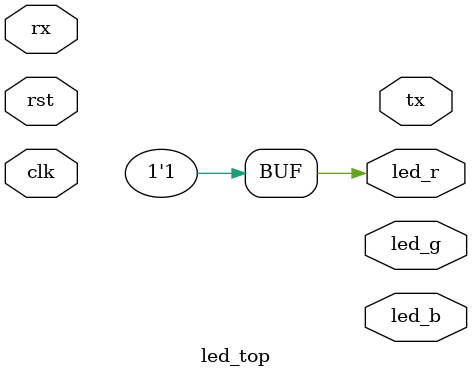
<source format=sv>
module led_top
    (
        input logic clk,
        input logic rst,

        output logic led_r,
        output logic led_g,
        output logic led_b,

        input logic rx,
        output logic tx
    );
    assign led_r = '1;
endmodule

</source>
